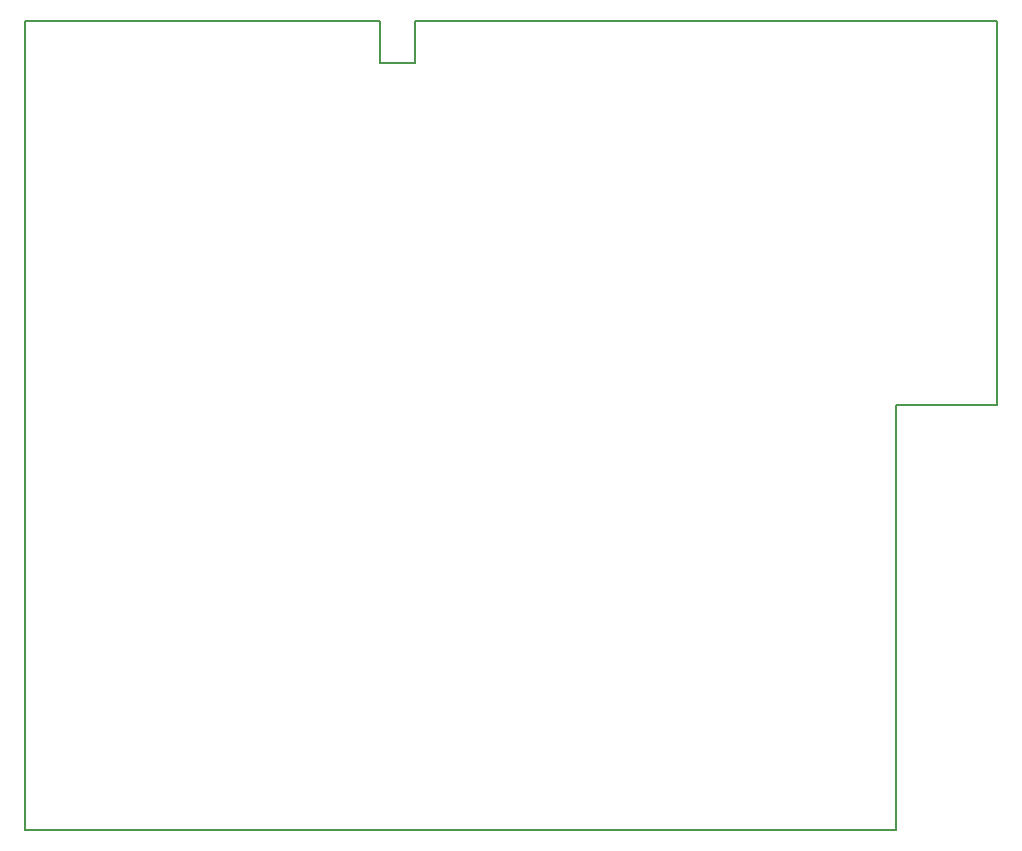
<source format=gm1>
G04 #@! TF.GenerationSoftware,KiCad,Pcbnew,5.1.5+dfsg1-2*
G04 #@! TF.CreationDate,2020-02-07T00:59:59+02:00*
G04 #@! TF.ProjectId,isl_board,69736c5f-626f-4617-9264-2e6b69636164,rev?*
G04 #@! TF.SameCoordinates,Original*
G04 #@! TF.FileFunction,Profile,NP*
%FSLAX46Y46*%
G04 Gerber Fmt 4.6, Leading zero omitted, Abs format (unit mm)*
G04 Created by KiCad (PCBNEW 5.1.5+dfsg1-2) date 2020-02-07 00:59:59*
%MOMM*%
%LPD*%
G04 APERTURE LIST*
%ADD10C,0.150000*%
G04 APERTURE END LIST*
D10*
X91200000Y-59010000D02*
X91200000Y-95000000D01*
X99760000Y-59010000D02*
X91200000Y-59010000D01*
X50490000Y-30050000D02*
X50490000Y-26550000D01*
X47490000Y-30050000D02*
X50490000Y-30050000D01*
X47490000Y-26550000D02*
X47490000Y-30050000D01*
X17460000Y-26550000D02*
X47490000Y-26550000D01*
X91200000Y-95000000D02*
X17460000Y-95000000D01*
X99760000Y-26550000D02*
X99760000Y-59010000D01*
X50490000Y-26550000D02*
X99760000Y-26550000D01*
X17460000Y-95000000D02*
X17460000Y-26550000D01*
M02*

</source>
